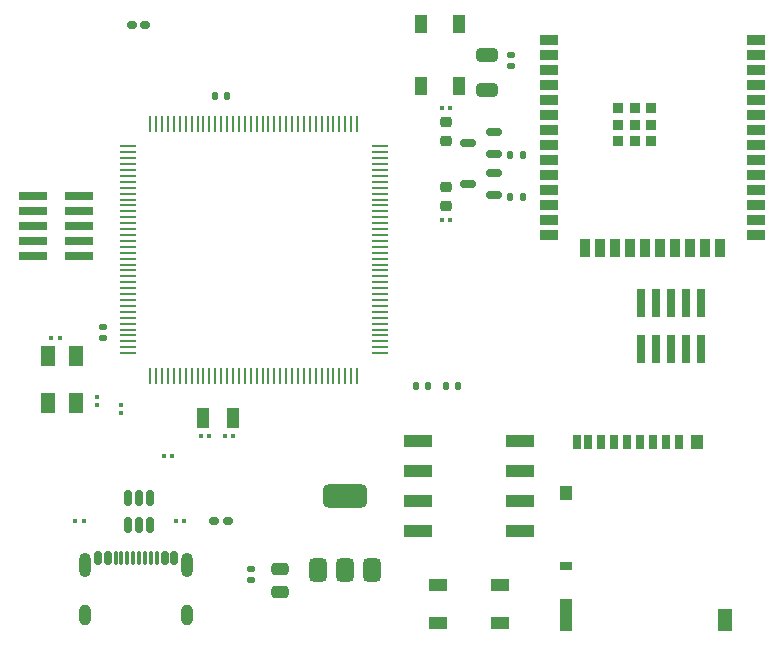
<source format=gbr>
%TF.GenerationSoftware,KiCad,Pcbnew,9.0.3*%
%TF.CreationDate,2025-07-12T13:39:52+12:00*%
%TF.ProjectId,RemiRAT,52656d69-5241-4542-9e6b-696361645f70,rev?*%
%TF.SameCoordinates,Original*%
%TF.FileFunction,Paste,Top*%
%TF.FilePolarity,Positive*%
%FSLAX46Y46*%
G04 Gerber Fmt 4.6, Leading zero omitted, Abs format (unit mm)*
G04 Created by KiCad (PCBNEW 9.0.3) date 2025-07-12 13:39:52*
%MOMM*%
%LPD*%
G01*
G04 APERTURE LIST*
G04 Aperture macros list*
%AMRoundRect*
0 Rectangle with rounded corners*
0 $1 Rounding radius*
0 $2 $3 $4 $5 $6 $7 $8 $9 X,Y pos of 4 corners*
0 Add a 4 corners polygon primitive as box body*
4,1,4,$2,$3,$4,$5,$6,$7,$8,$9,$2,$3,0*
0 Add four circle primitives for the rounded corners*
1,1,$1+$1,$2,$3*
1,1,$1+$1,$4,$5*
1,1,$1+$1,$6,$7*
1,1,$1+$1,$8,$9*
0 Add four rect primitives between the rounded corners*
20,1,$1+$1,$2,$3,$4,$5,0*
20,1,$1+$1,$4,$5,$6,$7,0*
20,1,$1+$1,$6,$7,$8,$9,0*
20,1,$1+$1,$8,$9,$2,$3,0*%
G04 Aperture macros list end*
%ADD10RoundRect,0.150000X-0.150000X-0.425000X0.150000X-0.425000X0.150000X0.425000X-0.150000X0.425000X0*%
%ADD11RoundRect,0.075000X-0.075000X-0.500000X0.075000X-0.500000X0.075000X0.500000X-0.075000X0.500000X0*%
%ADD12O,1.000000X2.100000*%
%ADD13O,1.000000X1.800000*%
%ADD14RoundRect,0.135000X-0.135000X-0.185000X0.135000X-0.185000X0.135000X0.185000X-0.135000X0.185000X0*%
%ADD15RoundRect,0.079500X0.079500X0.100500X-0.079500X0.100500X-0.079500X-0.100500X0.079500X-0.100500X0*%
%ADD16R,1.000000X1.550000*%
%ADD17RoundRect,0.150000X0.512500X0.150000X-0.512500X0.150000X-0.512500X-0.150000X0.512500X-0.150000X0*%
%ADD18RoundRect,0.079500X-0.079500X-0.100500X0.079500X-0.100500X0.079500X0.100500X-0.079500X0.100500X0*%
%ADD19RoundRect,0.250000X-0.650000X0.325000X-0.650000X-0.325000X0.650000X-0.325000X0.650000X0.325000X0*%
%ADD20R,1.470000X0.280000*%
%ADD21R,0.280000X1.470000*%
%ADD22RoundRect,0.218750X-0.256250X0.218750X-0.256250X-0.218750X0.256250X-0.218750X0.256250X0.218750X0*%
%ADD23R,0.700000X1.200000*%
%ADD24R,1.000000X0.800000*%
%ADD25R,1.000000X1.200000*%
%ADD26R,1.000000X2.800000*%
%ADD27R,1.300000X1.900000*%
%ADD28RoundRect,0.375000X0.375000X-0.625000X0.375000X0.625000X-0.375000X0.625000X-0.375000X-0.625000X0*%
%ADD29RoundRect,0.500000X1.400000X-0.500000X1.400000X0.500000X-1.400000X0.500000X-1.400000X-0.500000X0*%
%ADD30RoundRect,0.140000X0.170000X-0.140000X0.170000X0.140000X-0.170000X0.140000X-0.170000X-0.140000X0*%
%ADD31RoundRect,0.140000X0.140000X0.170000X-0.140000X0.170000X-0.140000X-0.170000X0.140000X-0.170000X0*%
%ADD32RoundRect,0.218750X0.256250X-0.218750X0.256250X0.218750X-0.256250X0.218750X-0.256250X-0.218750X0*%
%ADD33R,1.200000X1.800000*%
%ADD34RoundRect,0.079500X0.100500X-0.079500X0.100500X0.079500X-0.100500X0.079500X-0.100500X-0.079500X0*%
%ADD35RoundRect,0.250000X-0.475000X0.250000X-0.475000X-0.250000X0.475000X-0.250000X0.475000X0.250000X0*%
%ADD36R,0.740000X2.400000*%
%ADD37R,2.440000X1.130000*%
%ADD38R,1.498600X0.889000*%
%ADD39R,0.889000X1.498600*%
%ADD40R,0.889000X0.889000*%
%ADD41RoundRect,0.079500X-0.100500X0.079500X-0.100500X-0.079500X0.100500X-0.079500X0.100500X0.079500X0*%
%ADD42RoundRect,0.140000X-0.170000X0.140000X-0.170000X-0.140000X0.170000X-0.140000X0.170000X0.140000X0*%
%ADD43RoundRect,0.160000X-0.222500X-0.160000X0.222500X-0.160000X0.222500X0.160000X-0.222500X0.160000X0*%
%ADD44R,2.400000X0.740000*%
%ADD45R,1.550000X1.000000*%
%ADD46RoundRect,0.160000X0.222500X0.160000X-0.222500X0.160000X-0.222500X-0.160000X0.222500X-0.160000X0*%
%ADD47RoundRect,0.135000X0.135000X0.185000X-0.135000X0.185000X-0.135000X-0.185000X0.135000X-0.185000X0*%
%ADD48R,1.000000X1.800000*%
%ADD49RoundRect,0.150000X0.150000X-0.512500X0.150000X0.512500X-0.150000X0.512500X-0.150000X-0.512500X0*%
G04 APERTURE END LIST*
D10*
%TO.C,J1*%
X125100000Y-113637500D03*
X125900000Y-113637500D03*
D11*
X127050000Y-113637500D03*
X128050000Y-113637500D03*
X128550000Y-113637500D03*
X129550000Y-113637500D03*
D10*
X130700000Y-113637500D03*
X131500000Y-113637500D03*
X131500000Y-113637500D03*
X130700000Y-113637500D03*
D11*
X130050000Y-113637500D03*
X129050000Y-113637500D03*
X127550000Y-113637500D03*
X126550000Y-113637500D03*
D10*
X125900000Y-113637500D03*
X125100000Y-113637500D03*
D12*
X123980000Y-114212500D03*
D13*
X123980000Y-118392500D03*
D12*
X132620000Y-114212500D03*
D13*
X132620000Y-118392500D03*
%TD*%
D14*
%TO.C,R11*%
X159990000Y-79500000D03*
X161010000Y-79500000D03*
%TD*%
D15*
%TO.C,C7*%
X136500000Y-103237500D03*
X135810000Y-103237500D03*
%TD*%
D16*
%TO.C,S3*%
X155600000Y-68375000D03*
X155600000Y-73625000D03*
X152400000Y-68375000D03*
X152400000Y-73625000D03*
%TD*%
D17*
%TO.C,Q2*%
X158637500Y-79400000D03*
X158637500Y-77500000D03*
X156362500Y-78450000D03*
%TD*%
D18*
%TO.C,R4*%
X130655000Y-105000000D03*
X131345000Y-105000000D03*
%TD*%
D14*
%TO.C,R5*%
X154490000Y-99000000D03*
X155510000Y-99000000D03*
%TD*%
D19*
%TO.C,C8*%
X158000000Y-71000000D03*
X158000000Y-73950000D03*
%TD*%
D20*
%TO.C,U1*%
X127580000Y-78750000D03*
X127580000Y-79250000D03*
X127580000Y-79750000D03*
X127580000Y-80250000D03*
X127580000Y-80750000D03*
X127580000Y-81250000D03*
X127580000Y-81750000D03*
X127580000Y-82250000D03*
X127580000Y-82750000D03*
X127580000Y-83250000D03*
X127580000Y-83750000D03*
X127580000Y-84250000D03*
X127580000Y-84750000D03*
X127580000Y-85250000D03*
X127580000Y-85750000D03*
X127580000Y-86250000D03*
X127580000Y-86750000D03*
X127580000Y-87250000D03*
X127580000Y-87750000D03*
X127580000Y-88250000D03*
X127580000Y-88750000D03*
X127580000Y-89250000D03*
X127580000Y-89750000D03*
X127580000Y-90250000D03*
X127580000Y-90750000D03*
X127580000Y-91250000D03*
X127580000Y-91750000D03*
X127580000Y-92250000D03*
X127580000Y-92750000D03*
X127580000Y-93250000D03*
X127580000Y-93750000D03*
X127580000Y-94250000D03*
X127580000Y-94750000D03*
X127580000Y-95250000D03*
X127580000Y-95750000D03*
X127580000Y-96250000D03*
D21*
X129500000Y-98170000D03*
X130000000Y-98170000D03*
X130500000Y-98170000D03*
X131000000Y-98170000D03*
X131500000Y-98170000D03*
X132000000Y-98170000D03*
X132500000Y-98170000D03*
X133000000Y-98170000D03*
X133500000Y-98170000D03*
X134000000Y-98170000D03*
X134500000Y-98170000D03*
X135000000Y-98170000D03*
X135500000Y-98170000D03*
X136000000Y-98170000D03*
X136500000Y-98170000D03*
X137000000Y-98170000D03*
X137500000Y-98170000D03*
X138000000Y-98170000D03*
X138500000Y-98170000D03*
X139000000Y-98170000D03*
X139500000Y-98170000D03*
X140000000Y-98170000D03*
X140500000Y-98170000D03*
X141000000Y-98170000D03*
X141500000Y-98170000D03*
X142000000Y-98170000D03*
X142500000Y-98170000D03*
X143000000Y-98170000D03*
X143500000Y-98170000D03*
X144000000Y-98170000D03*
X144500000Y-98170000D03*
X145000000Y-98170000D03*
X145500000Y-98170000D03*
X146000000Y-98170000D03*
X146500000Y-98170000D03*
X147000000Y-98170000D03*
D20*
X148920000Y-96250000D03*
X148920000Y-95750000D03*
X148920000Y-95250000D03*
X148920000Y-94750000D03*
X148920000Y-94250000D03*
X148920000Y-93750000D03*
X148920000Y-93250000D03*
X148920000Y-92750000D03*
X148920000Y-92250000D03*
X148920000Y-91750000D03*
X148920000Y-91250000D03*
X148920000Y-90750000D03*
X148920000Y-90250000D03*
X148920000Y-89750000D03*
X148920000Y-89250000D03*
X148920000Y-88750000D03*
X148920000Y-88250000D03*
X148920000Y-87750000D03*
X148920000Y-87250000D03*
X148920000Y-86750000D03*
X148920000Y-86250000D03*
X148920000Y-85750000D03*
X148920000Y-85250000D03*
X148920000Y-84750000D03*
X148920000Y-84250000D03*
X148920000Y-83750000D03*
X148920000Y-83250000D03*
X148920000Y-82750000D03*
X148920000Y-82250000D03*
X148920000Y-81750000D03*
X148920000Y-81250000D03*
X148920000Y-80750000D03*
X148920000Y-80250000D03*
X148920000Y-79750000D03*
X148920000Y-79250000D03*
X148920000Y-78750000D03*
D21*
X147000000Y-76830000D03*
X146500000Y-76830000D03*
X146000000Y-76830000D03*
X145500000Y-76830000D03*
X145000000Y-76830000D03*
X144500000Y-76830000D03*
X144000000Y-76830000D03*
X143500000Y-76830000D03*
X143000000Y-76830000D03*
X142500000Y-76830000D03*
X142000000Y-76830000D03*
X141500000Y-76830000D03*
X141000000Y-76830000D03*
X140500000Y-76830000D03*
X140000000Y-76830000D03*
X139500000Y-76830000D03*
X139000000Y-76830000D03*
X138500000Y-76830000D03*
X138000000Y-76830000D03*
X137500000Y-76830000D03*
X137000000Y-76830000D03*
X136500000Y-76830000D03*
X136000000Y-76830000D03*
X135500000Y-76830000D03*
X135000000Y-76830000D03*
X134500000Y-76830000D03*
X134000000Y-76830000D03*
X133500000Y-76830000D03*
X133000000Y-76830000D03*
X132500000Y-76830000D03*
X132000000Y-76830000D03*
X131500000Y-76830000D03*
X131000000Y-76830000D03*
X130500000Y-76830000D03*
X130000000Y-76830000D03*
X129500000Y-76830000D03*
%TD*%
D15*
%TO.C,C5*%
X121815000Y-94970000D03*
X121125000Y-94970000D03*
%TD*%
D22*
%TO.C,LD1*%
X154500000Y-82212500D03*
X154500000Y-83787500D03*
%TD*%
D23*
%TO.C,J4*%
X174275000Y-103775000D03*
X173175000Y-103775000D03*
X172075000Y-103775000D03*
X170975000Y-103775000D03*
X169875000Y-103775000D03*
X168775000Y-103775000D03*
X167675000Y-103775000D03*
X166575000Y-103775000D03*
X165625000Y-103775000D03*
D24*
X164675000Y-114275000D03*
D25*
X164675000Y-108075000D03*
D26*
X164675000Y-118425000D03*
D25*
X175825000Y-103775000D03*
D27*
X178175000Y-118875000D03*
%TD*%
D28*
%TO.C,VR1*%
X143700000Y-114650000D03*
X146000000Y-114650000D03*
X148300000Y-114650000D03*
D29*
X146000000Y-108350000D03*
%TD*%
D30*
%TO.C,C10*%
X125500000Y-94980000D03*
X125500000Y-94020000D03*
%TD*%
D31*
%TO.C,C3*%
X152980000Y-99000000D03*
X152020000Y-99000000D03*
%TD*%
D32*
%TO.C,LD2*%
X154500000Y-78287500D03*
X154500000Y-76712500D03*
%TD*%
D33*
%TO.C,Y1*%
X120800000Y-96500000D03*
X120800000Y-100500000D03*
X123200000Y-100500000D03*
X123200000Y-96500000D03*
%TD*%
D15*
%TO.C,R1*%
X123845000Y-110500000D03*
X123155000Y-110500000D03*
%TD*%
D18*
%TO.C,R2*%
X131655000Y-110500000D03*
X132345000Y-110500000D03*
%TD*%
%TO.C,R10*%
X154155000Y-85000000D03*
X154845000Y-85000000D03*
%TD*%
D34*
%TO.C,R3*%
X127000000Y-101345000D03*
X127000000Y-100655000D03*
%TD*%
D14*
%TO.C,R9*%
X159990000Y-83000000D03*
X161010000Y-83000000D03*
%TD*%
D35*
%TO.C,C2*%
X140500000Y-114550000D03*
X140500000Y-116450000D03*
%TD*%
D36*
%TO.C,J2*%
X171000000Y-95900000D03*
X171000000Y-92000000D03*
X172270000Y-95900000D03*
X172270000Y-92000000D03*
X173540000Y-95900000D03*
X173540000Y-92000000D03*
X174810000Y-95900000D03*
X174810000Y-92000000D03*
X176080000Y-95900000D03*
X176080000Y-92000000D03*
%TD*%
D37*
%TO.C,S2*%
X152200000Y-103690000D03*
X152200000Y-106230000D03*
X152200000Y-108770000D03*
X152200000Y-111310000D03*
X160800000Y-111310000D03*
X160800000Y-108770000D03*
X160800000Y-106230000D03*
X160800000Y-103690000D03*
%TD*%
D38*
%TO.C,U2*%
X163250000Y-69745000D03*
X163250000Y-71015000D03*
X163250000Y-72285000D03*
X163250000Y-73555000D03*
X163250000Y-74825000D03*
X163250000Y-76095000D03*
X163250000Y-77365000D03*
X163250000Y-78635000D03*
X163250000Y-79905000D03*
X163250000Y-81175000D03*
X163250000Y-82445000D03*
X163250000Y-83715000D03*
X163250000Y-84985000D03*
X163250000Y-86255000D03*
D39*
X166285000Y-87350002D03*
X167555000Y-87350002D03*
X168825000Y-87350002D03*
X170095000Y-87350002D03*
X171365000Y-87350002D03*
X172635000Y-87350002D03*
X173905000Y-87350002D03*
X175175000Y-87350002D03*
X176445000Y-87350002D03*
X177715000Y-87350002D03*
D38*
X180750000Y-86255000D03*
X180750000Y-84985000D03*
X180750000Y-83715000D03*
X180750000Y-82445000D03*
X180750000Y-81175000D03*
X180750000Y-79905000D03*
X180750000Y-78635000D03*
X180750000Y-77365000D03*
X180750000Y-76095000D03*
X180750000Y-74825000D03*
X180750000Y-73555000D03*
X180750000Y-72285000D03*
X180750000Y-71015000D03*
X180750000Y-69745000D03*
D40*
X170495700Y-76931200D03*
X169095700Y-75531200D03*
X169095700Y-76931200D03*
X169095700Y-78331200D03*
X170495700Y-78331200D03*
X170495700Y-75531200D03*
X171895700Y-75531200D03*
X171895700Y-76931200D03*
X171895700Y-78331200D03*
%TD*%
D41*
%TO.C,C4*%
X124970000Y-99975000D03*
X124970000Y-100665000D03*
%TD*%
D18*
%TO.C,C6*%
X133810000Y-103237500D03*
X134500000Y-103237500D03*
%TD*%
D42*
%TO.C,C1*%
X138000000Y-114520000D03*
X138000000Y-115480000D03*
%TD*%
D43*
%TO.C,F1*%
X134927500Y-110500000D03*
X136072500Y-110500000D03*
%TD*%
D44*
%TO.C,J5*%
X119550000Y-82960000D03*
X123450000Y-82960000D03*
X119550000Y-84230000D03*
X123450000Y-84230000D03*
X119550000Y-85500000D03*
X123450000Y-85500000D03*
X119550000Y-86770000D03*
X123450000Y-86770000D03*
X119550000Y-88040000D03*
X123450000Y-88040000D03*
%TD*%
D45*
%TO.C,S1*%
X153875000Y-115900000D03*
X159125000Y-115900000D03*
X153875000Y-119100000D03*
X159125000Y-119100000D03*
%TD*%
D46*
%TO.C,F2*%
X129072500Y-68500000D03*
X127927500Y-68500000D03*
%TD*%
D42*
%TO.C,C9*%
X160000000Y-70995000D03*
X160000000Y-71955000D03*
%TD*%
D47*
%TO.C,R8*%
X136010000Y-74500000D03*
X134990000Y-74500000D03*
%TD*%
D15*
%TO.C,R12*%
X154845000Y-75500000D03*
X154155000Y-75500000D03*
%TD*%
D48*
%TO.C,Y2*%
X136500000Y-101737500D03*
X134000000Y-101737500D03*
%TD*%
D17*
%TO.C,Q1*%
X158637500Y-82900000D03*
X158637500Y-81000000D03*
X156362500Y-81950000D03*
%TD*%
D49*
%TO.C,U3*%
X127600000Y-110775000D03*
X128550000Y-110775000D03*
X129500000Y-110775000D03*
X129500000Y-108500000D03*
X128550000Y-108500000D03*
X127600000Y-108500000D03*
%TD*%
M02*

</source>
